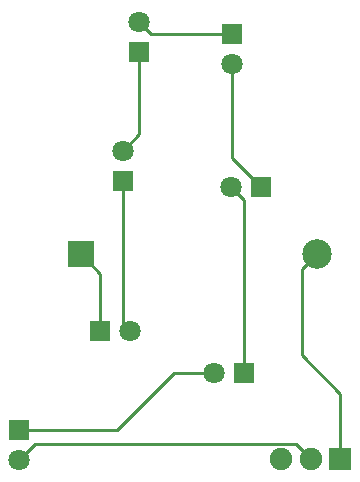
<source format=gbr>
%TF.GenerationSoftware,KiCad,Pcbnew,(6.0.4)*%
%TF.CreationDate,2022-12-07T19:03:36-05:00*%
%TF.ProjectId,christmas tree,63687269-7374-46d6-9173-20747265652e,rev?*%
%TF.SameCoordinates,Original*%
%TF.FileFunction,Copper,L2,Bot*%
%TF.FilePolarity,Positive*%
%FSLAX46Y46*%
G04 Gerber Fmt 4.6, Leading zero omitted, Abs format (unit mm)*
G04 Created by KiCad (PCBNEW (6.0.4)) date 2022-12-07 19:03:36*
%MOMM*%
%LPD*%
G01*
G04 APERTURE LIST*
%TA.AperFunction,ComponentPad*%
%ADD10R,1.900000X1.900000*%
%TD*%
%TA.AperFunction,ComponentPad*%
%ADD11C,1.900000*%
%TD*%
%TA.AperFunction,ComponentPad*%
%ADD12R,2.170000X2.170000*%
%TD*%
%TA.AperFunction,ComponentPad*%
%ADD13C,2.500000*%
%TD*%
%TA.AperFunction,ComponentPad*%
%ADD14R,1.800000X1.800000*%
%TD*%
%TA.AperFunction,ComponentPad*%
%ADD15C,1.800000*%
%TD*%
%TA.AperFunction,Conductor*%
%ADD16C,0.250000*%
%TD*%
G04 APERTURE END LIST*
D10*
%TO.P,SW1,1,A*%
%TO.N,Net-(BAT1-PadPos)*%
X174623750Y-138906250D03*
D11*
%TO.P,SW1,2,B*%
%TO.N,Net-(D1-Pad2)*%
X172123750Y-138906250D03*
%TO.P,SW1,3*%
%TO.N,N/C*%
X169623750Y-138906250D03*
%TD*%
D12*
%TO.P,BAT1,Neg*%
%TO.N,Net-(BAT1-PadNeg)*%
X152641300Y-121539000D03*
D13*
%TO.P,BAT1,Pos*%
%TO.N,Net-(BAT1-PadPos)*%
X172641300Y-121539000D03*
%TD*%
D14*
%TO.P,D6,1,K*%
%TO.N,Net-(D6-Pad1)*%
X156210000Y-115321000D03*
D15*
%TO.P,D6,2,A*%
%TO.N,Net-(D5-Pad1)*%
X156210000Y-112781000D03*
%TD*%
D14*
%TO.P,D7,1,K*%
%TO.N,Net-(BAT1-PadNeg)*%
X154300000Y-128016000D03*
D15*
%TO.P,D7,2,A*%
%TO.N,Net-(D6-Pad1)*%
X156840000Y-128016000D03*
%TD*%
D14*
%TO.P,D4,1,K*%
%TO.N,Net-(D4-Pad1)*%
X165481000Y-102865000D03*
D15*
%TO.P,D4,2,A*%
%TO.N,Net-(D3-Pad1)*%
X165481000Y-105405000D03*
%TD*%
D14*
%TO.P,D3,1,K*%
%TO.N,Net-(D3-Pad1)*%
X167899000Y-115824000D03*
D15*
%TO.P,D3,2,A*%
%TO.N,Net-(D2-Pad1)*%
X165359000Y-115824000D03*
%TD*%
D14*
%TO.P,D2,1,K*%
%TO.N,Net-(D2-Pad1)*%
X166502000Y-131572000D03*
D15*
%TO.P,D2,2,A*%
%TO.N,Net-(D1-Pad1)*%
X163962000Y-131572000D03*
%TD*%
D14*
%TO.P,D1,1,K*%
%TO.N,Net-(D1-Pad1)*%
X147447000Y-136393000D03*
D15*
%TO.P,D1,2,A*%
%TO.N,Net-(D1-Pad2)*%
X147447000Y-138933000D03*
%TD*%
D14*
%TO.P,D5,1,K*%
%TO.N,Net-(D5-Pad1)*%
X157607000Y-104399000D03*
D15*
%TO.P,D5,2,A*%
%TO.N,Net-(D4-Pad1)*%
X157607000Y-101859000D03*
%TD*%
D16*
%TO.N,Net-(BAT1-PadNeg)*%
X154300000Y-128016000D02*
X154300000Y-123197700D01*
X154300000Y-123197700D02*
X152641300Y-121539000D01*
%TO.N,Net-(BAT1-PadPos)*%
X174623750Y-138906250D02*
X174623750Y-133351250D01*
X171391301Y-130116301D02*
X174625000Y-133350000D01*
X174623750Y-133351250D02*
X174625000Y-133350000D01*
X171391301Y-122788999D02*
X171391301Y-130116301D01*
X172641300Y-121539000D02*
X171391301Y-122788999D01*
%TO.N,Net-(D1-Pad1)*%
X155707000Y-136393000D02*
X160528000Y-131572000D01*
X147447000Y-136393000D02*
X155707000Y-136393000D01*
X160528000Y-131572000D02*
X163962000Y-131572000D01*
%TO.N,Net-(D1-Pad2)*%
X148748261Y-137631739D02*
X170849239Y-137631739D01*
X170849239Y-137631739D02*
X172123750Y-138906250D01*
X147447000Y-138933000D02*
X148748261Y-137631739D01*
%TO.N,Net-(D2-Pad1)*%
X166502000Y-116967000D02*
X165359000Y-115824000D01*
X166502000Y-131572000D02*
X166502000Y-116967000D01*
%TO.N,Net-(D3-Pad1)*%
X167899000Y-115824000D02*
X165481000Y-113406000D01*
X165481000Y-113406000D02*
X165481000Y-105405000D01*
%TO.N,Net-(D4-Pad1)*%
X158613000Y-102865000D02*
X157607000Y-101859000D01*
X165481000Y-102865000D02*
X158613000Y-102865000D01*
%TO.N,Net-(D5-Pad1)*%
X157607000Y-104399000D02*
X157607000Y-111384000D01*
X157607000Y-111384000D02*
X156210000Y-112781000D01*
%TO.N,Net-(D6-Pad1)*%
X156210000Y-115321000D02*
X156210000Y-127386000D01*
X156210000Y-127386000D02*
X156840000Y-128016000D01*
%TD*%
M02*

</source>
